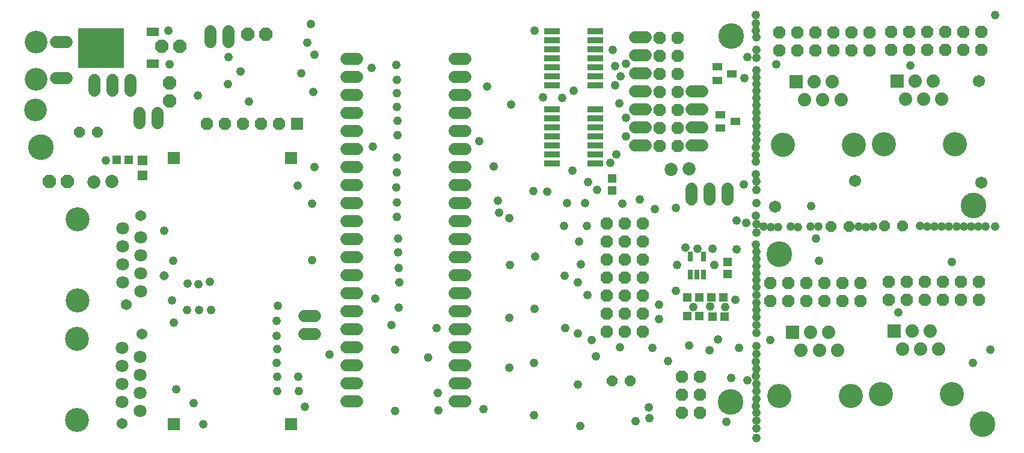
<source format=gbr>
G04 EAGLE Gerber X2 export*
%TF.Part,Single*%
%TF.FileFunction,Soldermask,Top,1*%
%TF.FilePolarity,Negative*%
%TF.GenerationSoftware,Autodesk,EAGLE,8.6.3*%
%TF.CreationDate,2018-07-14T15:56:02Z*%
G75*
%MOMM*%
%FSLAX34Y34*%
%LPD*%
%AMOC8*
5,1,8,0,0,1.08239X$1,22.5*%
G01*
%ADD10C,3.603200*%
%ADD11P,1.594577X8X202.500000*%
%ADD12C,1.853200*%
%ADD13P,1.951982X8X202.500000*%
%ADD14R,1.703200X1.703200*%
%ADD15C,1.803400*%
%ADD16C,3.378200*%
%ADD17R,1.203200X1.303200*%
%ADD18P,1.594577X8X22.500000*%
%ADD19C,1.536700*%
%ADD20C,1.727200*%
%ADD21P,1.843527X8X292.500000*%
%ADD22P,1.869504X8X112.500000*%
%ADD23R,2.235200X0.863600*%
%ADD24P,1.869504X8X292.500000*%
%ADD25C,1.703200*%
%ADD26C,3.203200*%
%ADD27R,0.803200X1.403200*%
%ADD28R,1.303200X1.203200*%
%ADD29R,1.403200X1.403200*%
%ADD30P,1.951982X8X292.500000*%
%ADD31R,1.403200X1.103200*%
%ADD32R,6.403200X5.603200*%
%ADD33R,1.803200X1.203200*%
%ADD34C,1.879600*%
%ADD35R,1.879600X1.879600*%
%ADD36C,3.403200*%
%ADD37P,1.869504X8X22.500000*%
%ADD38C,1.209600*%
%ADD39C,1.703200*%
%ADD40C,1.309600*%


D10*
X999700Y576700D03*
X1067900Y269400D03*
X999100Y61000D03*
X1353900Y29300D03*
X28000Y420000D03*
X1341200Y337500D03*
D11*
X107400Y441350D03*
X82000Y441350D03*
D12*
X102600Y370700D03*
X127700Y371200D03*
D13*
X65100Y371200D03*
X39700Y371200D03*
D14*
X379800Y404600D03*
X214800Y404600D03*
X214800Y29600D03*
X379800Y29600D03*
D15*
X141700Y136800D03*
X167100Y124100D03*
X141700Y111400D03*
X167100Y98700D03*
X141700Y86000D03*
X167100Y73300D03*
X141700Y60600D03*
X167100Y47900D03*
D16*
X78200Y149500D03*
X78200Y35200D03*
D15*
X143300Y305200D03*
X168700Y292500D03*
X143300Y279800D03*
X168700Y267100D03*
X143300Y254400D03*
X168700Y241700D03*
X143300Y229000D03*
X168700Y216300D03*
D16*
X79800Y317900D03*
X79800Y203600D03*
D17*
X134501Y401600D03*
X151501Y401600D03*
D18*
X831800Y90100D03*
X857200Y90100D03*
D19*
X168500Y323600D03*
X148300Y198200D03*
X169900Y156500D03*
X141700Y30300D03*
D20*
X610380Y62000D02*
X625620Y62000D01*
X625620Y87400D02*
X610380Y87400D01*
X610380Y112800D02*
X625620Y112800D01*
X625620Y138200D02*
X610380Y138200D01*
X610380Y163600D02*
X625620Y163600D01*
X625620Y189000D02*
X610380Y189000D01*
X610380Y214400D02*
X625620Y214400D01*
X625620Y239800D02*
X610380Y239800D01*
X610380Y265200D02*
X625620Y265200D01*
X625620Y290600D02*
X610380Y290600D01*
X610380Y316000D02*
X625620Y316000D01*
X625620Y341400D02*
X610380Y341400D01*
X610380Y366800D02*
X625620Y366800D01*
X625620Y392200D02*
X610380Y392200D01*
X610380Y417600D02*
X625620Y417600D01*
X625620Y443000D02*
X610380Y443000D01*
X610380Y468400D02*
X625620Y468400D01*
X625620Y493800D02*
X610380Y493800D01*
X610380Y519200D02*
X625620Y519200D01*
X625620Y544600D02*
X610380Y544600D01*
X473220Y62000D02*
X457980Y62000D01*
X457980Y87400D02*
X473220Y87400D01*
X473220Y112800D02*
X457980Y112800D01*
X457980Y138200D02*
X473220Y138200D01*
X473220Y163600D02*
X457980Y163600D01*
X457980Y189000D02*
X473220Y189000D01*
X473220Y214400D02*
X457980Y214400D01*
X457980Y239800D02*
X473220Y239800D01*
X473220Y265200D02*
X457980Y265200D01*
X457980Y290600D02*
X473220Y290600D01*
X473220Y316000D02*
X457980Y316000D01*
X457980Y341400D02*
X473220Y341400D01*
X473220Y366800D02*
X457980Y366800D01*
X457980Y392200D02*
X473220Y392200D01*
X473220Y417600D02*
X457980Y417600D01*
X457980Y443000D02*
X473220Y443000D01*
X473220Y468400D02*
X457980Y468400D01*
X457980Y493800D02*
X473220Y493800D01*
X473220Y519200D02*
X457980Y519200D01*
X457980Y544600D02*
X473220Y544600D01*
D14*
X388100Y452600D03*
D21*
X362700Y452600D03*
X337300Y452600D03*
X311900Y452600D03*
X286500Y452600D03*
X261100Y452600D03*
D22*
X875200Y159900D03*
X824400Y159900D03*
X875200Y185300D03*
X824400Y185300D03*
X875200Y210700D03*
X824400Y210700D03*
X875200Y236100D03*
X824400Y236100D03*
X875200Y261500D03*
X824400Y261500D03*
X875200Y286900D03*
X824400Y286900D03*
X875200Y312300D03*
X824400Y312300D03*
X849800Y159900D03*
X849800Y185300D03*
X849800Y210700D03*
X849800Y236100D03*
X849800Y261500D03*
X849800Y286900D03*
X849800Y312300D03*
D23*
X808634Y397000D03*
X747166Y397000D03*
X808634Y409700D03*
X808634Y422400D03*
X747166Y409700D03*
X747166Y422400D03*
X808634Y435100D03*
X747166Y435100D03*
X808634Y447800D03*
X808634Y460500D03*
X747166Y447800D03*
X747166Y460500D03*
X808634Y473200D03*
X747166Y473200D03*
X808834Y506900D03*
X747366Y506900D03*
X808834Y519600D03*
X808834Y532300D03*
X747366Y519600D03*
X747366Y532300D03*
X808834Y545000D03*
X747366Y545000D03*
X808834Y557700D03*
X808834Y570400D03*
X747366Y557700D03*
X747366Y570400D03*
X808834Y583100D03*
X747366Y583100D03*
D24*
X924700Y574300D03*
X899300Y574300D03*
X924700Y548900D03*
X899300Y548900D03*
X924700Y523500D03*
X899300Y523500D03*
X924700Y498100D03*
X899300Y498100D03*
X924700Y472700D03*
X899300Y472700D03*
X924700Y447300D03*
X899300Y447300D03*
X924700Y421900D03*
X899300Y421900D03*
D13*
X344600Y578900D03*
X319200Y578900D03*
D25*
X292000Y583200D02*
X292000Y568200D01*
X266600Y568200D02*
X266600Y583200D01*
D12*
X915300Y388600D03*
X940400Y389100D03*
D13*
X223700Y562400D03*
X198300Y562400D03*
D20*
X64520Y517100D02*
X49280Y517100D01*
X49280Y567900D02*
X64520Y567900D01*
D26*
X20600Y472500D03*
X20900Y567700D03*
X20800Y515500D03*
D20*
X864480Y422400D02*
X879720Y422400D01*
X879720Y447800D02*
X864480Y447800D01*
X864480Y473200D02*
X879720Y473200D01*
X879720Y498600D02*
X864480Y498600D01*
X864480Y524000D02*
X879720Y524000D01*
X879720Y549400D02*
X864480Y549400D01*
X864480Y574800D02*
X879720Y574800D01*
D27*
X961200Y266060D03*
X942200Y239940D03*
X951700Y239940D03*
X961200Y239940D03*
X942200Y266060D03*
D28*
X994700Y241300D03*
X994700Y258300D03*
D17*
X954900Y207900D03*
X937900Y207900D03*
X971600Y208500D03*
X988600Y208500D03*
X954600Y182300D03*
X937600Y182300D03*
X973200Y181400D03*
X990200Y181400D03*
D22*
X955700Y45600D03*
X930300Y45600D03*
X955700Y71000D03*
X930300Y71000D03*
X955700Y96400D03*
X930300Y96400D03*
D29*
X170500Y401000D03*
X170500Y380000D03*
D30*
X209000Y510300D03*
X209000Y484900D03*
D25*
X192000Y468300D02*
X192000Y453300D01*
X166600Y453300D02*
X166600Y468300D01*
X398800Y182300D02*
X413800Y182300D01*
X413800Y156900D02*
X398800Y156900D01*
X944300Y422000D02*
X959300Y422000D01*
X959300Y447400D02*
X944300Y447400D01*
X944300Y472800D02*
X959300Y472800D01*
X959300Y498200D02*
X944300Y498200D01*
D31*
X984240Y446900D03*
X984740Y465900D03*
X1005360Y456400D03*
X979940Y513900D03*
X980440Y532900D03*
X1001060Y523400D03*
D32*
X112700Y559900D03*
D33*
X185700Y537100D03*
X185700Y582700D03*
D20*
X153600Y514420D02*
X153600Y499180D01*
X128200Y499180D02*
X128200Y514420D01*
X102800Y514420D02*
X102800Y499180D01*
D34*
X1103390Y486580D03*
D35*
X1091150Y511980D03*
D34*
X1128870Y486580D03*
X1116630Y511980D03*
X1154350Y486580D03*
X1142110Y511980D03*
D36*
X1072610Y422900D03*
X1172890Y422900D03*
D37*
X1067500Y555700D03*
X1067500Y581100D03*
X1092900Y555700D03*
X1092900Y581100D03*
X1118300Y555700D03*
X1118300Y581100D03*
X1143700Y555700D03*
X1143700Y581100D03*
X1169100Y555700D03*
X1169100Y581100D03*
X1194500Y555700D03*
X1194500Y581100D03*
D34*
X1245490Y487680D03*
D35*
X1233250Y513080D03*
D34*
X1270970Y487680D03*
X1258730Y513080D03*
X1296450Y487680D03*
X1284210Y513080D03*
D36*
X1214710Y424000D03*
X1314990Y424000D03*
D37*
X1225300Y556600D03*
X1225300Y582000D03*
X1250700Y556600D03*
X1250700Y582000D03*
X1276100Y556600D03*
X1276100Y582000D03*
X1301500Y556600D03*
X1301500Y582000D03*
X1326900Y556600D03*
X1326900Y582000D03*
X1352300Y556600D03*
X1352300Y582000D03*
D34*
X1241190Y135180D03*
D35*
X1228950Y160580D03*
D34*
X1266670Y135180D03*
X1254430Y160580D03*
X1292150Y135180D03*
X1279910Y160580D03*
D36*
X1210410Y71500D03*
X1310690Y71500D03*
D37*
X1221700Y205000D03*
X1221700Y230400D03*
X1247100Y205000D03*
X1247100Y230400D03*
X1272500Y205000D03*
X1272500Y230400D03*
X1297900Y205000D03*
X1297900Y230400D03*
X1323300Y205000D03*
X1323300Y230400D03*
X1348700Y205000D03*
X1348700Y230400D03*
D34*
X1098390Y133280D03*
D35*
X1086150Y158680D03*
D34*
X1123870Y133280D03*
X1111630Y158680D03*
X1149350Y133280D03*
X1137110Y158680D03*
D36*
X1067610Y69600D03*
X1167890Y69600D03*
D37*
X1054600Y202800D03*
X1054600Y228200D03*
X1080000Y202800D03*
X1080000Y228200D03*
X1105400Y202800D03*
X1105400Y228200D03*
X1130800Y202800D03*
X1130800Y228200D03*
X1156200Y202800D03*
X1156200Y228200D03*
X1181600Y202800D03*
X1181600Y228200D03*
D11*
X1165700Y308200D03*
X1140300Y308200D03*
X1241200Y308500D03*
X1215800Y308500D03*
D28*
X831900Y375500D03*
X831900Y358500D03*
D25*
X944000Y361100D02*
X944000Y346100D01*
X969400Y346100D02*
X969400Y361100D01*
X994800Y361100D02*
X994800Y346100D01*
D38*
X119000Y401200D03*
X1007200Y276100D03*
X243200Y58900D03*
X1112800Y336400D03*
D39*
X1061200Y336000D03*
X1174300Y372100D03*
D38*
X359400Y174900D03*
X359900Y154100D03*
X360200Y135400D03*
X359900Y115800D03*
X360800Y96200D03*
X360800Y76100D03*
X391200Y76100D03*
X390600Y96200D03*
X399900Y54000D03*
X218300Y78800D03*
X256100Y29500D03*
X267700Y190700D03*
X250400Y190300D03*
X233800Y190300D03*
X234300Y227200D03*
X249500Y226600D03*
X265800Y229900D03*
X884900Y37600D03*
X865100Y34000D03*
X1022800Y91400D03*
X1000100Y94800D03*
X940500Y140500D03*
X969600Y133600D03*
X836100Y507300D03*
X842000Y481900D03*
X836600Y533900D03*
X832800Y557000D03*
X1034700Y594100D03*
X526900Y48000D03*
X214700Y172800D03*
X214400Y260100D03*
X830000Y397400D03*
X528400Y535800D03*
X528900Y515000D03*
X529200Y496300D03*
X528900Y476700D03*
X529800Y457100D03*
X529800Y437000D03*
X734500Y490000D03*
X762100Y489300D03*
X528700Y405700D03*
X528800Y384400D03*
X528400Y363400D03*
X529100Y341600D03*
X529300Y322000D03*
X530500Y291500D03*
X531000Y271300D03*
X531700Y249900D03*
X531300Y193900D03*
X498200Y206500D03*
X788300Y254500D03*
X521200Y169300D03*
X656400Y505000D03*
X740700Y357500D03*
X797100Y211700D03*
X766400Y165100D03*
X765400Y238700D03*
X394500Y523600D03*
X403200Y567300D03*
X321100Y484200D03*
X249000Y492300D03*
X209200Y536800D03*
X207500Y584000D03*
X1006000Y204700D03*
X921900Y217500D03*
X911100Y118600D03*
X889200Y136900D03*
X898300Y177400D03*
X1034900Y117400D03*
X993200Y32800D03*
X434000Y127500D03*
X785500Y287100D03*
X796800Y308800D03*
X687700Y319500D03*
X688400Y253600D03*
X687400Y179600D03*
X687400Y108700D03*
X671600Y344400D03*
X1364900Y134500D03*
X1340300Y116200D03*
X1034800Y584300D03*
X1035200Y574500D03*
X1035200Y556600D03*
X1035100Y545900D03*
X1035100Y527900D03*
X1035300Y518200D03*
X1035300Y508500D03*
X1035200Y499200D03*
X1035200Y489100D03*
X1035500Y479300D03*
X1035600Y469200D03*
X1035200Y459600D03*
X1035200Y449500D03*
X1035000Y439600D03*
X1035000Y429800D03*
X1034800Y419600D03*
X1034900Y409100D03*
X1034900Y399500D03*
X1034900Y381800D03*
X1035100Y371500D03*
X1035100Y360100D03*
X1035100Y341000D03*
X1035100Y299400D03*
X1034900Y282300D03*
X1035200Y272200D03*
X1035200Y262100D03*
X1035000Y252100D03*
X1035100Y242300D03*
X1035100Y232700D03*
X1035500Y222600D03*
X1035500Y211900D03*
X1035500Y200800D03*
X1035200Y190400D03*
X1035100Y179800D03*
X1035400Y169200D03*
X1035400Y158000D03*
X1035400Y139700D03*
X1035000Y128500D03*
X1035000Y107400D03*
X1034700Y97000D03*
X1035500Y86400D03*
X1035300Y75800D03*
X1035300Y65400D03*
X1034900Y55300D03*
X1035200Y45500D03*
X1035100Y34700D03*
X1035300Y23800D03*
X1045400Y307900D03*
X1055500Y307600D03*
X1065900Y307400D03*
X1083600Y307800D03*
X1093900Y307500D03*
X1111300Y308200D03*
X1122300Y308300D03*
X1179400Y308000D03*
X1189300Y307600D03*
X1199200Y308000D03*
X1265500Y308600D03*
X1275800Y308100D03*
X1285900Y308100D03*
X1296300Y308100D03*
X1306700Y308100D03*
X1317200Y308300D03*
X1327500Y308300D03*
X1337700Y308200D03*
X1347700Y308200D03*
X1357700Y308100D03*
X1034900Y323200D03*
X1035000Y311600D03*
D39*
X1351600Y370000D03*
X1348400Y512800D03*
D38*
X587800Y49300D03*
X586800Y73600D03*
X651300Y50400D03*
X526200Y134400D03*
X572900Y123100D03*
X532100Y229300D03*
X201200Y302200D03*
D40*
X201300Y238800D03*
D38*
X212200Y203600D03*
X1310800Y258200D03*
X1371700Y606300D03*
X1371800Y308400D03*
X1035300Y10100D03*
X361700Y196500D03*
X389100Y365600D03*
X409800Y340500D03*
X409500Y260500D03*
X413000Y391500D03*
X952500Y276500D03*
X883500Y52800D03*
X783900Y85000D03*
X787200Y27100D03*
X783500Y157700D03*
X783900Y229200D03*
X764600Y308900D03*
X721100Y357800D03*
X689700Y479800D03*
X291600Y546700D03*
X291500Y508300D03*
X1034400Y606300D03*
X645200Y428600D03*
X665600Y392600D03*
X923500Y253500D03*
X673400Y327200D03*
X768300Y340800D03*
X798000Y370800D03*
X975700Y253800D03*
X892200Y332200D03*
X846500Y340100D03*
X810800Y359700D03*
X794100Y341300D03*
X870900Y345900D03*
X921900Y334700D03*
X935600Y278300D03*
X970400Y195800D03*
X973700Y276500D03*
X946400Y194800D03*
X991400Y194800D03*
X1010900Y136800D03*
X722000Y115700D03*
X722300Y42200D03*
X722900Y192300D03*
X723900Y265800D03*
X843000Y137800D03*
X809500Y125000D03*
X803300Y147600D03*
X851300Y461600D03*
X309300Y526100D03*
X723300Y584100D03*
X838200Y409800D03*
X494800Y420800D03*
X493700Y531800D03*
X411600Y497300D03*
X1022300Y546400D03*
X1018200Y517100D03*
X413400Y549900D03*
X408100Y593100D03*
X844000Y520000D03*
X1063000Y536400D03*
X1251800Y535100D03*
X851700Y537700D03*
X1017800Y366900D03*
X1007800Y316100D03*
X1123600Y259900D03*
X897900Y197800D03*
X1020700Y313400D03*
X981100Y149000D03*
X1055100Y147800D03*
X851600Y435000D03*
X1119000Y291500D03*
X1234800Y186800D03*
X584900Y164600D03*
X777700Y499600D03*
X776500Y387100D03*
M02*

</source>
